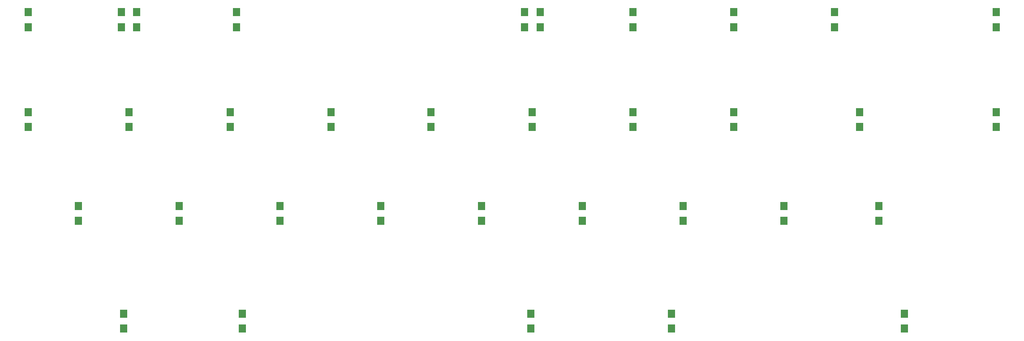
<source format=gbr>
G04 #@! TF.GenerationSoftware,KiCad,Pcbnew,(5.1.9)-1*
G04 #@! TF.CreationDate,2021-12-01T20:16:17-08:00*
G04 #@! TF.ProjectId,Isola_v2,49736f6c-615f-4763-922e-6b696361645f,rev?*
G04 #@! TF.SameCoordinates,Original*
G04 #@! TF.FileFunction,Paste,Bot*
G04 #@! TF.FilePolarity,Positive*
%FSLAX46Y46*%
G04 Gerber Fmt 4.6, Leading zero omitted, Abs format (unit mm)*
G04 Created by KiCad (PCBNEW (5.1.9)-1) date 2021-12-01 20:16:17*
%MOMM*%
%LPD*%
G01*
G04 APERTURE LIST*
%ADD10R,1.397000X1.600000*%
G04 APERTURE END LIST*
D10*
X184683400Y-71853600D03*
X184683400Y-74653600D03*
X114071400Y-71858300D03*
X114071400Y-74658300D03*
X140589000Y-71853600D03*
X140589000Y-74653600D03*
X58420000Y-14721000D03*
X58420000Y-17521000D03*
X19015200Y-14721000D03*
X19015200Y-17521000D03*
X36642800Y-14721000D03*
X36642800Y-17521000D03*
X39542800Y-14721000D03*
X39542800Y-17521000D03*
X112852200Y-14721000D03*
X112852200Y-17521000D03*
X115773200Y-14721000D03*
X115773200Y-17521000D03*
X133315200Y-14721000D03*
X133315200Y-17521000D03*
X152365200Y-14721000D03*
X152365200Y-17521000D03*
X171415200Y-14721000D03*
X171415200Y-17521000D03*
X202000000Y-14721000D03*
X202000000Y-17521000D03*
X19015200Y-33618600D03*
X19015200Y-36418600D03*
X38065200Y-33618600D03*
X38065200Y-36418600D03*
X57200800Y-33618600D03*
X57200800Y-36418600D03*
X76250800Y-33618600D03*
X76250800Y-36418600D03*
X95173800Y-33618600D03*
X95173800Y-36418600D03*
X114265200Y-33618600D03*
X114265200Y-36418600D03*
X133315200Y-33618600D03*
X133315200Y-36418600D03*
X152365200Y-33618600D03*
X152365200Y-36418600D03*
X176177700Y-33618600D03*
X176177700Y-36418600D03*
X202000000Y-33618600D03*
X202000000Y-36418600D03*
X28540200Y-51424000D03*
X28540200Y-54224000D03*
X47590200Y-51424000D03*
X47590200Y-54224000D03*
X66640200Y-51424000D03*
X66640200Y-54224000D03*
X85690200Y-51424000D03*
X85690200Y-54224000D03*
X104740200Y-51424000D03*
X104740200Y-54224000D03*
X123790200Y-51424000D03*
X123790200Y-54224000D03*
X142840200Y-51424000D03*
X142840200Y-54224000D03*
X161890200Y-51424000D03*
X161890200Y-54224000D03*
X179781200Y-51406600D03*
X179781200Y-54206600D03*
X37109400Y-71853600D03*
X37109400Y-74653600D03*
X59486800Y-71853600D03*
X59486800Y-74653600D03*
M02*

</source>
